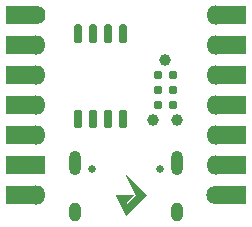
<source format=gbr>
G04 #@! TF.GenerationSoftware,KiCad,Pcbnew,5.1.9-73d0e3b20d~88~ubuntu16.04.1*
G04 #@! TF.CreationDate,2021-02-23T03:34:03+00:00*
G04 #@! TF.ProjectId,kuiic,6b756969-632e-46b6-9963-61645f706362,rev?*
G04 #@! TF.SameCoordinates,Original*
G04 #@! TF.FileFunction,Soldermask,Bot*
G04 #@! TF.FilePolarity,Negative*
%FSLAX46Y46*%
G04 Gerber Fmt 4.6, Leading zero omitted, Abs format (unit mm)*
G04 Created by KiCad (PCBNEW 5.1.9-73d0e3b20d~88~ubuntu16.04.1) date 2021-02-23 03:34:03*
%MOMM*%
%LPD*%
G01*
G04 APERTURE LIST*
%ADD10C,0.000025*%
%ADD11C,0.787400*%
%ADD12C,0.990600*%
%ADD13R,2.540000X1.625600*%
%ADD14C,1.625600*%
%ADD15O,1.625600X1.625600*%
%ADD16R,1.625600X1.625600*%
%ADD17O,1.000000X2.100000*%
%ADD18O,1.000000X1.600000*%
%ADD19C,0.650000*%
G04 APERTURE END LIST*
D10*
G04 #@! TO.C,G\u002A\u002A\u002A*
G36*
X127862330Y-134620000D02*
G01*
X126996190Y-135489950D01*
X126996190Y-135219440D01*
X127593090Y-134620000D01*
X126154180Y-134620000D01*
X126992380Y-136290050D01*
X128676400Y-134620000D01*
X126992380Y-132930900D01*
X127862330Y-134620000D01*
G37*
X127862330Y-134620000D02*
X126996190Y-135489950D01*
X126996190Y-135219440D01*
X127593090Y-134620000D01*
X126154180Y-134620000D01*
X126992380Y-136290050D01*
X128676400Y-134620000D01*
X126992380Y-132930900D01*
X127862330Y-134620000D01*
G04 #@! TD*
G04 #@! TO.C,U2*
G36*
G01*
X122786000Y-127387000D02*
X123086000Y-127387000D01*
G75*
G02*
X123236000Y-127537000I0J-150000D01*
G01*
X123236000Y-128837000D01*
G75*
G02*
X123086000Y-128987000I-150000J0D01*
G01*
X122786000Y-128987000D01*
G75*
G02*
X122636000Y-128837000I0J150000D01*
G01*
X122636000Y-127537000D01*
G75*
G02*
X122786000Y-127387000I150000J0D01*
G01*
G37*
G36*
G01*
X124056000Y-127387000D02*
X124356000Y-127387000D01*
G75*
G02*
X124506000Y-127537000I0J-150000D01*
G01*
X124506000Y-128837000D01*
G75*
G02*
X124356000Y-128987000I-150000J0D01*
G01*
X124056000Y-128987000D01*
G75*
G02*
X123906000Y-128837000I0J150000D01*
G01*
X123906000Y-127537000D01*
G75*
G02*
X124056000Y-127387000I150000J0D01*
G01*
G37*
G36*
G01*
X125326000Y-127387000D02*
X125626000Y-127387000D01*
G75*
G02*
X125776000Y-127537000I0J-150000D01*
G01*
X125776000Y-128837000D01*
G75*
G02*
X125626000Y-128987000I-150000J0D01*
G01*
X125326000Y-128987000D01*
G75*
G02*
X125176000Y-128837000I0J150000D01*
G01*
X125176000Y-127537000D01*
G75*
G02*
X125326000Y-127387000I150000J0D01*
G01*
G37*
G36*
G01*
X126596000Y-127387000D02*
X126896000Y-127387000D01*
G75*
G02*
X127046000Y-127537000I0J-150000D01*
G01*
X127046000Y-128837000D01*
G75*
G02*
X126896000Y-128987000I-150000J0D01*
G01*
X126596000Y-128987000D01*
G75*
G02*
X126446000Y-128837000I0J150000D01*
G01*
X126446000Y-127537000D01*
G75*
G02*
X126596000Y-127387000I150000J0D01*
G01*
G37*
G36*
G01*
X126596000Y-120187000D02*
X126896000Y-120187000D01*
G75*
G02*
X127046000Y-120337000I0J-150000D01*
G01*
X127046000Y-121637000D01*
G75*
G02*
X126896000Y-121787000I-150000J0D01*
G01*
X126596000Y-121787000D01*
G75*
G02*
X126446000Y-121637000I0J150000D01*
G01*
X126446000Y-120337000D01*
G75*
G02*
X126596000Y-120187000I150000J0D01*
G01*
G37*
G36*
G01*
X125326000Y-120187000D02*
X125626000Y-120187000D01*
G75*
G02*
X125776000Y-120337000I0J-150000D01*
G01*
X125776000Y-121637000D01*
G75*
G02*
X125626000Y-121787000I-150000J0D01*
G01*
X125326000Y-121787000D01*
G75*
G02*
X125176000Y-121637000I0J150000D01*
G01*
X125176000Y-120337000D01*
G75*
G02*
X125326000Y-120187000I150000J0D01*
G01*
G37*
G36*
G01*
X124056000Y-120187000D02*
X124356000Y-120187000D01*
G75*
G02*
X124506000Y-120337000I0J-150000D01*
G01*
X124506000Y-121637000D01*
G75*
G02*
X124356000Y-121787000I-150000J0D01*
G01*
X124056000Y-121787000D01*
G75*
G02*
X123906000Y-121637000I0J150000D01*
G01*
X123906000Y-120337000D01*
G75*
G02*
X124056000Y-120187000I150000J0D01*
G01*
G37*
G36*
G01*
X122786000Y-120187000D02*
X123086000Y-120187000D01*
G75*
G02*
X123236000Y-120337000I0J-150000D01*
G01*
X123236000Y-121637000D01*
G75*
G02*
X123086000Y-121787000I-150000J0D01*
G01*
X122786000Y-121787000D01*
G75*
G02*
X122636000Y-121637000I0J150000D01*
G01*
X122636000Y-120337000D01*
G75*
G02*
X122786000Y-120187000I150000J0D01*
G01*
G37*
G04 #@! TD*
D11*
G04 #@! TO.C,J2*
X129667000Y-127000000D03*
X130937000Y-127000000D03*
X129667000Y-125730000D03*
X130937000Y-125730000D03*
X129667000Y-124460000D03*
X130937000Y-124460000D03*
D12*
X130302000Y-123190000D03*
X131318000Y-128270000D03*
X129286000Y-128270000D03*
G04 #@! TD*
D13*
G04 #@! TO.C,J5*
X135890000Y-127000000D03*
X135890000Y-119380000D03*
X135890000Y-129540000D03*
X135890000Y-134620000D03*
X135890000Y-124460000D03*
X135890000Y-132080000D03*
X135890000Y-121920000D03*
D14*
X134620000Y-134620000D03*
D15*
X134620000Y-132080000D03*
X134620000Y-129540000D03*
X134620000Y-127000000D03*
X134620000Y-124460000D03*
X134620000Y-121920000D03*
X134620000Y-119380000D03*
G04 #@! TD*
D13*
G04 #@! TO.C,J4*
X118110000Y-127000000D03*
X118110000Y-134620000D03*
X118110000Y-124460000D03*
X118110000Y-119380000D03*
X118110000Y-129540000D03*
X118110000Y-121920000D03*
X118110000Y-132080000D03*
D14*
X119380000Y-119380000D03*
D15*
X119380000Y-121920000D03*
X119380000Y-124460000D03*
X119380000Y-127000000D03*
X119380000Y-129540000D03*
D16*
X119380000Y-132080000D03*
D15*
X119380000Y-134620000D03*
G04 #@! TD*
D17*
G04 #@! TO.C,J3*
X122680000Y-131896000D03*
X131320000Y-131896000D03*
D18*
X122680000Y-136076000D03*
X131320000Y-136076000D03*
D19*
X129890000Y-132396000D03*
X124110000Y-132396000D03*
G04 #@! TD*
M02*

</source>
